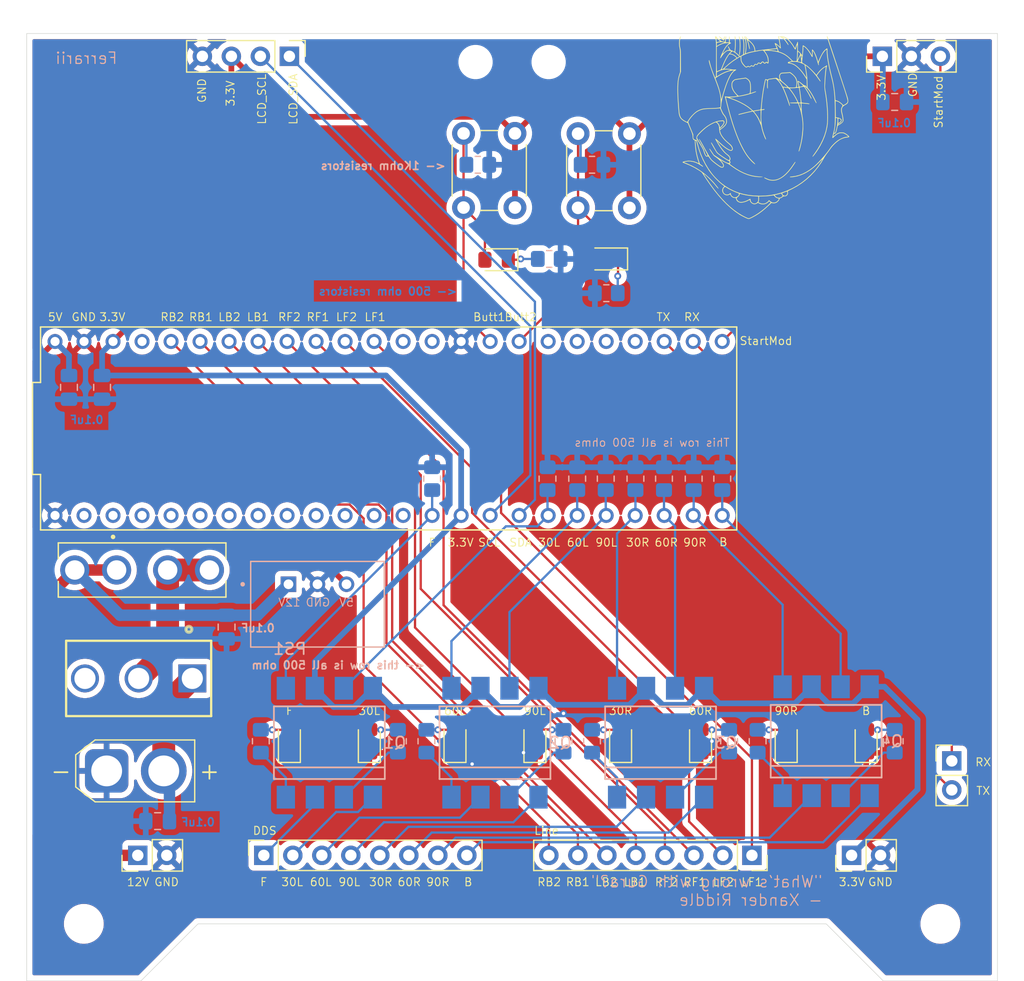
<source format=kicad_pcb>
(kicad_pcb (version 20241229) (generator "pcbnew") (generator_version "9.0")
  (layers (0 "F.Cu" signal) (2 "B.Cu" signal) (13 "F.Paste" user) (15 "B.Paste" user) (5 "F.SilkS" user "F.Silkscreen") (7 "B.SilkS" user "B.Silkscreen") (1 "F.Mask" user) (3 "B.Mask" user) (25 "Edge.Cuts" user))
  (net 0 "")
  (net 1 "GND")
  (net 2 "+5V")
  (net 3 "+3.3V")
  (net 4 "Net-(J5-Pin_2)")
  (net 5 "+12V")
  (net 6 "Net-(D1-A)")
  (net 7 "Net-(D2-A)")
  (net 8 "Net-(D3-A)")
  (net 9 "Net-(D4-A)")
  (net 10 "Net-(D5-A)")
  (net 11 "Net-(D6-A)")
  (net 12 "Net-(D7-A)")
  (net 13 "Net-(D8-A)")
  (net 14 "OCT_90R")
  (net 15 "OCT_30L")
  (net 16 "OCT_60L")
  (net 17 "OCT_F")
  (net 18 "OCT_90L")
  (net 19 "OCT_30R")
  (net 20 "OCT_60R")
  (net 21 "OCT_B")
  (net 22 "JSUMOStartMod")
  (net 23 "LS_RF2")
  (net 24 "LS_LF1")
  (net 25 "LS_RB2")
  (net 26 "LS_RB1")
  (net 27 "LS_LB1")
  (net 28 "LS_RF1")
  (net 29 "LS_LF2")
  (net 30 "LS_LB2")
  (net 31 "MD_RX")
  (net 32 "MD_TX")
  (net 33 "LCD_SCL")
  (net 34 "LCD_SDA")
  (net 35 "DS_F")
  (net 36 "DS_30L")
  (net 37 "DS_90L")
  (net 38 "DS_60L")
  (net 39 "DS_30R")
  (net 40 "DS_60R")
  (net 41 "DS_B")
  (net 42 "DS_90R")
  (net 43 "Button1")
  (net 44 "Button2")
  (net 65 "Net-(Q1-Pad2)")
  (net 66 "Net-(Q1-Pad4)")
  (net 67 "Net-(Q2-Pad4)")
  (net 68 "Net-(Q2-Pad2)")
  (net 69 "Net-(Q3-Pad2)")
  (net 70 "Net-(Q3-Pad4)")
  (net 71 "Net-(Q4-Pad2)")
  (net 72 "Net-(Q4-Pad4)")
  (net 73 "Net-(F2-Pad2_1)")
  (net 74 "Net-(D9-K)")
  (net 75 "Net-(D10-K)")
  (footprint "Connector_PinHeader_2.54mm:PinHeader_1x02_P2.54mm_Vertical" (layer "F.Cu") (at 172.225 133.5 90)
    (property "Reference" "J2" (hide yes))
    (property "Value" "distance sensor power")
  )
  (footprint "LED_SMD:LED_0805_2012Metric_Pad1.15x1.40mm_HandSolder" (layer "F.Cu") (at 185.5 123.5 90)
    (property "Reference" "D2" (hide yes))
    (property "Value" "LED")
  )
  (footprint "Button_Switch_THT:SW_PUSH_6mm_H5mm" (layer "F.Cu") (at 215.275075 70.273783 -90)
    (property "Reference" "SW1" (hide yes))
    (property "Value" "SW_Push")
  )
  (footprint "MountingHole:MountingHole_2.5mm" (layer "F.Cu") (at 208.2 64)
    (property "Reference" "REF**" (hide yes))
    (property "Value" "MountingHole_2.5mm")
  )
  (footprint "Connector_PinSocket_2.54mm:PinSocket_1x08_P2.54mm_Vertical" (layer "F.Cu") (at 226 133.5 -90)
    (property "Reference" "J6" (hide yes))
    (property "Value" "line sensor jst")
  )
  (footprint "1101M2S3CQE2:SW_1101M2S3CQE2" (layer "F.Cu") (at 172.3 118 -90)
    (property "Reference" "S1" (hide yes))
    (property "Value" "1101M2S3CQE2")
  )
  (footprint "LOGO" (layer "F.Cu") (at 226.833713 70.478595 180)
    (property "Reference" "G***" (hide yes))
    (property "Value" "LOGO" (hide yes))
  )
  (footprint "3544_2:FUSE_3544-2" (layer "F.Cu") (at 172.605 108.5)
    (property "Reference" "F2" (hide yes))
    (property "Value" "3544-2")
  )
  (footprint "LED_SMD:LED_0805_2012Metric_Pad1.15x1.40mm_HandSolder" (layer "F.Cu") (at 200 123.5 90)
    (property "Reference" "D4" (hide yes))
    (property "Value" "LED")
  )
  (footprint "Connector_PinHeader_2.54mm:PinHeader_1x02_P2.54mm_Vertical" (layer "F.Cu") (at 243.5 125.225)
    (property "Reference" "J10" (hide yes))
    (property "Value" "MD")
  )
  (footprint "LED_SMD:LED_0805_2012Metric_Pad1.15x1.40mm_HandSolder" (layer "F.Cu") (at 236 123.5 90)
    (property "Reference" "D7" (hide yes))
    (property "Value" "LED")
  )
  (footprint "LED_SMD:LED_0805_2012Metric_Pad1.15x1.40mm_HandSolder" (layer "F.Cu") (at 229 123.5 90)
    (property "Reference" "D8" (hide yes))
    (property "Value" "LED")
  )
  (footprint "DEV-16771:MODULE_DEV-16771" (layer "F.Cu") (at 194.19 96.1)
    (property "Reference" "U1" (hide yes))
    (property "Value" "DEV-16771")
  )
  (footprint "MountingHole:MountingHole_3mm" (layer "F.Cu") (at 242.5 139.5)
    (property "Reference" "REF**" (hide yes))
    (property "Value" "MountingHole_3mm")
  )
  (footprint "LED_SMD:LED_0805_2012Metric_Pad1.15x1.40mm_HandSolder" (layer "F.Cu") (at 221.5 123.5 90)
    (property "Reference" "D5" (hide yes))
    (property "Value" "LED")
  )
  (footprint "Connector_PinHeader_2.54mm:PinHeader_1x03_P2.54mm_Vertical" (layer "F.Cu") (at 237.42 63.5 90)
    (property "Reference" "J4" (hide yes))
    (property "Value" "Start Module")
  )
  (footprint "LED_SMD:LED_0805_2012Metric_Pad1.15x1.40mm_HandSolder" (layer "F.Cu") (at 192.5 123.5 90)
    (property "Reference" "D1" (hide yes))
    (property "Value" "LED")
  )
  (footprint "Button_Switch_THT:SW_PUSH_6mm_H5mm" (layer "F.Cu") (at 205.25 70.25 -90)
    (property "Reference" "SW2" (hide yes))
    (property "Value" "SW_Push")
  )
  (footprint "Connector_PinSocket_2.54mm:PinSocket_1x08_P2.54mm_Vertical" (layer "F.Cu") (at 183.26 133.5 90)
    (property "Reference" "J1" (hide yes))
    (property "Value" "distance sensors signals")
  )
  (footprint "LED_SMD:LED_0805_2012Metric_Pad1.15x1.40mm_HandSolder" (layer "F.Cu") (at 203.646614 81.320491 180)
    (property "Reference" "D10" (hide yes))
    (property "Value" "LED")
  )
  (footprint "LED_SMD:LED_0805_2012Metric_Pad1.15x1.40mm_HandSolder" (layer "F.Cu") (at 214.5 123.5 90)
    (property "Reference" "D6" (hide yes))
    (property "Value" "LED")
  )
  (footprint "Connector_PinHeader_2.54mm:PinHeader_1x02_P2.54mm_Vertical" (layer "F.Cu") (at 234.725 133.5 90)
    (property "Reference" "J3" (hide yes))
    (property "Value" "line sensor power")
  )
  (footprint "Connector_PinHeader_2.54mm:PinHeader_1x04_P2.54mm_Vertical" (layer "F.Cu") (at 185.5 63.5 -90)
    (property "Reference" "J11" (hide yes))
    (property "Value" "LCD_Screen")
  )
  (footprint "MountingHole:MountingHole_2.5mm" (layer "F.Cu") (at 201.8 64)
    (property "Reference" "REF**" (hide yes))
    (property "Value" "MountingHole_2.5mm")
  )
  (footprint "MountingHole:MountingHole_3mm" (layer "F.Cu") (at 167.5 139.5)
    (property "Reference" "REF**" (hide yes))
    (property "Value" "MountingHole_3mm")
  )
  (footprint "LED_SMD:LED_0805_2012Metric_Pad1.15x1.40mm_HandSolder" (layer "F.Cu") (at 213.25 81.25 180)
    (property "Reference" "D9" (hide yes))
    (property "Value" "LED")
  )
  (footprint "LED_SMD:LED_0805_2012Metric_Pad1.15x1.40mm_HandSolder" (layer "F.Cu") (at 207 123.5 90)
    (property "Reference" "D3" (hide yes))
    (property "Value" "LED")
  )
  (footprint "Connector_AMASS:AMASS_XT30U-F_1x02_P5.0mm_Vertical" (layer "F.Cu") (at 169.5 126.1)
    (property "Reference" "J5" (hide yes))
    (property "Value" "12vPower")
  )
  (footprint "Resistor_SMD:R_0805_2012Metric_Pad1.20x1.40mm_HandSolder" (layer "B.Cu") (at 224 123.5 -90)
    (property "Reference" "R16" (hide yes))
    (property "Value" "500")
  )
  (footprint "Resistor_SMD:R_0805_2012Metric_Pad1.20x1.40mm_HandSolder" (layer "B.Cu") (at 215.8 100.5 -90)
    (property "Reference" "R28" (hide yes))
    (property "Value" "500")
  )
  (footprint "Capacitor_SMD:C_0805_2012Metric_Pad1.18x1.45mm_HandSolder" (layer "B.Cu") (at 166.2 92.5 90)
    (property "Reference" "C1" (hide yes))
    (property "Value" "0.1uF")
  )
  (footprint "Resistor_SMD:R_0805_2012Metric_Pad1.20x1.40mm_HandSolder" (layer "B.Cu") (at 226.5 123.5 -90)
    (property "Reference" "R19" (hide yes))
    (property "Value" "500")
  )
  (footprint "Resistor_SMD:R_0805_2012Metric_Pad1.20x1.40mm_HandSolder" (layer "B.Cu") (at 220.9 100.5 -90)
    (property "Reference" "R30" (hide yes))
    (property "Value" "500")
  )
  (footprint "Resistor_SMD:R_0805_2012Metric_Pad1.20x1.40mm_HandSolder" (layer "B.Cu") (at 195 123.5 -90)
    (property "Reference" "R12" (hide yes))
    (property "Value" "500")
  )
  (footprint "Capacitor_SMD:C_0805_2012Metric_Pad1.18x1.45mm_HandSolder" (layer "B.Cu") (at 173.9625 130.5 180)
    (property "Reference" "C24" (hide yes))
    (property "Value" "0.1uF")
  )
  (footprint "LTV826:DIL8-SMD" (layer "B.Cu") (at 189 123.63 180)
    (property "Reference" "Q1")
    (property "Value" "LTV-826S")
  )
  (footprint "Capacitor_SMD:C_0805_2012Metric_Pad1.18x1.45mm_HandSolder" (layer "B.Cu") (at 180 113.5 90)
    (property "Reference" "C25" (hide yes))
    (property "Value" "0.1uF")
  )
  (footprint "LTV826:DIL8-SMD" (layer "B.Cu") (at 203.5 123.63 180)
    (property "Reference" "Q2")
    (property "Value" "LTV-826S")
  )
  (footprint "LTV826:DIL8-SMD" (layer "B.Cu") (at 232.5 123.5 180)
    (property "Reference" "Q4")
    (property "Value" "LTV-826S")
  )
  (footprint "Resistor_SMD:R_0805_2012Metric_Pad1.20x1.40mm_HandSolder" (layer "B.Cu") (at 212 123.5 -90)
    (property "Reference" "R17" (hide yes))
    (property "Value" "500")
  )
  (footprint "Resistor_SMD:R_0805_2012Metric_Pad1.20x1.40mm_HandSolder" (layer "B.Cu") (at 213.2 100.5 -90)
    (property "Reference" "R25" (hide yes))
    (property "Value" "500")
  )
  (footprint "Resistor_SMD:R_0805_2012Metric_Pad1.20x1.40mm_HandSolder" (layer "B.Cu") (at 213.25 84.25)
    (property "Reference" "R3" (hide yes))
    (property "Value" "500")
  )
  (footprint "Resistor_SMD:R_0805_2012Metric_Pad1.20x1.40mm_HandSolder" (layer "B.Cu") (at 209.5 123.5 -90)
    (property "Reference" "R14" (hide yes))
    (property "Value" "500" (hide yes))
  )
  (footprint "Resistor_SMD:R_0805_2012Metric_Pad1.20x1.40mm_HandSolder" (layer "B.Cu") (at 238.5 123.5 -90)
    (property "Reference" "R18" (hide yes))
    (property "Value" "500")
  )
  (footprint "Resistor_SMD:R_0805_2012Metric_Pad1.20x1.40mm_HandSolder" (layer "B.Cu") (at 208.1 100.5 -90)
    (property "Reference" "R24" (hide yes))
    (property "Value" "500")
  )
  (footprint "Resistor_SMD:R_0805_2012Metric_Pad1.20x1.40mm_HandSolder" (layer "B.Cu") (at 210.7 100.5 -90)
    (property "Reference" "R26" (hide yes))
    (property "Value" "500")
  )
  (footprint "TSR_1-2450:CONV_TSR_1-2450" (layer "B.Cu") (at 187.96 111.5)
    (property "Reference" "PS1")
    (property "Value" "TSR_1-2450")
  )
  (footprint "Resistor_SMD:R_0805_2012Metric_Pad1.20x1.40mm_HandSolder" (layer "B.Cu") (at 218.3 100.5 -90)
    (property "Reference" "R27" (hide yes))
    (property "Value" "500")
  )
  (footprint "Resistor_SMD:R_0805_2012Metric_Pad1.20x1.40mm_HandSolder" (layer "B.Cu") (at 212 73)
    (property "Reference" "R1" (hide yes))
    (property "Value" "1k")
  )
  (footprint "LTV826:DIL8-SMD" (layer "B.Cu") (at 218 123.63 180)
    (property "Reference" "Q3")
    (property "Value" "LTV-826S")
  )
  (footprint "Resistor_SMD:R_0805_2012Metric_Pad1.20x1.40mm_HandSolder" (layer "B.Cu") (at 183 123.5 -90)
    (property "Reference" "R13" (hide yes))
    (property "Value" "500")
  )
  (footprint "Resistor_SMD:R_0805_2012Metric_Pad1.20x1.40mm_HandSolder" (layer "B.Cu") (at 198 100.5 -90)
    (property "Reference" "R23" (hide yes))
    (property "Value" "500")
  )
  (footprint "Capacitor_SMD:C_0805_2012Metric_Pad1.18x1.45mm_HandSolder" (layer "B.Cu") (at 238.5 67.5 180)
    (property "Reference" "C4" (hide yes))
    (property "Value" "0.1uF")
  )
  (footprint "Resistor_SMD:R_0805_2012Metric_Pad1.20x1.40mm_HandSolder" (layer "B.Cu") (at 202 73)
    (property "Reference" "R2" (hide yes))
    (property "Value" "1k")
  )
  (footprint "Capacitor_SMD:C_0805_2012Metric_Pad1.18x1.45mm_HandSolder" (layer "B.Cu") (at 169.1 92.5 -90)
    (property "Reference" "C2" (hide yes))
    (property "Value" "0.1uF")
  )
  (footprint "Resistor_SMD:R_0805_2012Metric_Pad1.20x1.40mm_HandSolder" (layer "B.Cu") (at 197.5 123.5 -90)
    (property "Reference" "R15" (hide yes))
    (property "Value" "500")
  )
  (footprint "Resistor_SMD:R_0805_2012Metric_Pad1.20x1.40mm_HandSolder" (layer "B.Cu") (at 223.4 100.5 -90)
    (property "Reference" "R29" (hide yes))
    (property "Value" "500")
  )
  (footprint "Resistor_SMD:R_0805_2012Metric_Pad1.20x1.40mm_HandSolder" (layer "B.Cu") (at 208.25 81.25 180)
    (property "Reference" "R4" (hide yes))
    (property "Value" "500")
  )
  (gr_poly (pts (xy 162.5 61.5) (xy 162.5 144.5) (xy 172.5 144.5) (xy 177.5 139.5) (xy 232.5 139.5) (xy 237.5 144.5) (xy 247.5 144.5) (xy 247.5 61.5)) (stroke (width 0.05)) (fill no) (layer "Edge.Cuts"))
  (gr_text "0.1uF" (at 177.5 131 -0) (layer "B.Cu") (effects (font (size 0.7 0.7) (thickness 0.14) (bold yes)) (justify bottom mirror)))
  (gr_text "<- 500 ohm resistors" (at 200.25 84.5 0) (layer "B.Cu") (effects (font (size 0.7 0.7) (thickness 0.14) (bold yes)) (justify left bottom mirror)))
  (gr_text "0.1uF" (at 240 69.75 0) (layer "B.Cu") (effects (font (size 0.7 0.7) (thickness 0.14) (bold yes)) (justify left bottom mirror)))
  (gr_text "0.1uF" (at 167.75 95.75 -0) (layer "B.Cu") (effects (font (size 0.7 0.7) (thickness 0.14) (bold yes)) (justify bottom mirror)))
  (gr_text "3.3V" (at 234.75 136.25 0) (layer "F.SilkS") (effects (font (size 0.7 0.7) (thickness 0.0875)) (justify bottom)))
  (gr_text "RB1" (at 210.75 136.25 0) (layer "F.SilkS") (effects (font (size 0.7 0.7) (thickness 0.0875)) (justify bottom)))
  (gr_text "12V" (at 172.25 136.25 0) (layer "F.SilkS") (effects (font (size 0.7 0.7) (thickness 0.0875)) (justify bottom)))
  (gr_text "30L" (at 208.25 106.5 0) (layer "F.SilkS") (effects (font (size 0.7 0.7) (thickness 0.0875)) (justify bottom)))
  (gr_text "TX" (at 218.25 86.75 0) (layer "F.SilkS") (effects (font (size 0.7 0.7) (thickness 0.0875)) (justify bottom)))
  (gr_text "30R" (at 216 106.5 0) (layer "F.SilkS") (effects (font (size 0.7 0.7) (thickness 0.0875)) (justify bottom)))
  (gr_text "3.3V" (at 237.75 66.25 90) (layer "F.SilkS") (effects (font (size 0.7 0.7) (thickness 0.0875)) (justify bottom)))
  (gr_text "RB2" (at 208.25 136.25 0) (layer "F.SilkS") (effects (font (size 0.7 0.7) (thickness 0.0875)) (justify bottom)))
  (gr_text "90L" (at 190.75 136.25 0) (layer "F.SilkS") (effects (font (size 0.7 0.7) (thickness 0.0875)) (justify bottom)))
  (gr_text "F" (at 185.5 121.25 0) (layer "F.SilkS") (effects (font (size 0.7 0.7) (thickness 0.0875)) (justify bottom)))
  (gr_text "RX" (at 246.25 125.75 0) (layer "F.SilkS") (effects (font (size 0.7 0.7) (thickness 0.0875)) (justify bottom)))
  (gr_text "B" (at 236 121.25 0) (layer "F.SilkS") (effects (font (size 0.7 0.7) (thickness 0.0875)) (justify bottom)))
  (gr_text "90L" (at 207 121.25 0) (layer "F.SilkS") (effects (font (size 0.7 0.7) (thickness 0.0875)) (justify bottom)))
  (gr_text "3.3V" (at 180.75 66.75 90) (layer "F.SilkS") (effects (font (size 0.7 0.7) (thickness 0.0875)) (justify bottom)))
  (gr_text "LB1" (at 215.75 136.25 0) (layer "F.SilkS") (effects (font (size 0.7 0.7) (thickness 0.0875)) (justify bottom)))
  (gr_text "LF1" (at 226 136.25 0) (layer "F.SilkS") (effects (font (size 0.7 0.7) (thickness 0.0875)) (justify bottom)))
  (gr_text "LF2" (at 190.5 86.75 0) (layer "F.SilkS") (effects (font (size 0.7 0.7) (thickness 0.0875)) (justify bottom)))
  (gr_text "GND" (at 240.5 66 90) (layer "F.SilkS") (effects (font (size 0.7 0.7) (thickness 0.0875)) (justify bottom)))
  (gr_text "LF2" (at 223.5 136.25 0) (layer "F.SilkS") (effects (font (size 0.7 0.7) (thickness 0.0875)) (justify bottom)))
  (gr_text "DDS" (at 182.25 131.75 0) (layer "F.SilkS") (effects (font (size 0.7 0.7) (thickness 0.0875)) (justify left bottom)))
  (gr_text "Butt2" (at 205.75 86.75 0) (layer "F.SilkS") (effects (font (size 0.7 0.7) (thickness 0.0875)) (justify bottom)))
  (gr_text "RF1" (at 221 136.25 0) (layer "F.SilkS") (effects (font (size 0.7 0.7) (thickness 0.0875)) (justify bottom)))
  (gr_text "LCD_SDA" (at 186.25 67.25 90) (layer "F.SilkS") (effects (font (size 0.7 0.7) (thickness 0.0875)) (justify bottom)))
  (gr_text "GND" (at 237.25 136.25 0) (layer "F.SilkS") (effects (font (size 0.7 0.7) (thickness 0.0875)) (justify bottom)))
  (gr_text "60R" (at 218.5 106.5 0) (layer "F.SilkS") (effects (font (size 0.7 0.7) (thickness 0.0875)) (justify bottom)))
  (gr_text "90R" (at 198.5 136.25 0) (layer "F.SilkS") (effects (font (size 0.7 0.7) (thickness 0.0875)) (justify bottom)))
  (gr_text "60L" (at 210.75 106.5 0) (layer "F.SilkS") (effects (font (size 0.7 0.7) (thickness 0.0875)) (justify bottom)))
  (gr_text "60R" (at 196 136.25 0) (layer "F.SilkS") (effects (font (size 0.7 0.7) (thickness 0.0875)) (justify bottom)))
  (gr_text "90R" (at 221 106.5 0) (layer "F.SilkS") (effects (font (size 0.7 0.7) (thickness 0.0875)) (justify bottom)))
  (gr_text "B" (at 200.75 136.25 0) (layer "F.SilkS") (effects (font (size 0.7 0.7) (thickness 0.0875)) (justify left bottom)))
  (gr_text "StartMod" (at 242.75 67.5 90) (layer "F.SilkS") (effects (font (size 0.7 0.7) (thickness 0.0875)) (justify bottom)))
  (gr_text "5V" (at 165 86.75 0) (layer "F.SilkS") (effects (font (size 0.7 0.7) (thickness 0.0875)) (justify bottom)))
  (gr_text "SDA" (at 205.75 106.5 0) (layer "F.SilkS") (effects (font (size 0.7 0.7) (thickness 0.0875)) (justify bottom)))
  (gr_text "LB2" (at 180.25 86.75 0) (layer "F.SilkS") (effects (font (size 0.7 0.7) (thickness 0.0875)) (justify bottom)))
  (gr_text "30R" (at 193.5 136.25 0) (layer "F.SilkS") (effects (font (size 0.7 0.7) (thickness 0.0875)) (justify bottom)))
  (gr_text "LB2" (at 213.25 136.25 0) (layer "F.SilkS") (effects (font (size 0.7 0.7) (thickness 0.0875)) (justify bottom)))
  (gr_text "StartMod" (at 227.233 88.840639 0) (layer "F.SilkS") (effects (font (size 0.7 0.7) (thickness 0.0875)) (justify bottom)))
  (gr_text "TX" (at 246.25 128.25 0) (layer "F.SilkS") (effects (font (size 0.7 0.7) (thickness 0.0875)) (justify bottom)))
  (gr_text "RF2" (at 218.5 136.25 0) (layer "F.SilkS") (effects (font (size 0.7 0.7) (thickness 0.0875)) (justify bottom)))
  (gr_text "SCL" (at 203 106.5 0) (layer "F.SilkS") (effects (font (size 0.7 0.7) (thickness 0.0875)) (justify bottom)))
  (gr_text "3.3V" (at 170 86.75 0) (layer "F.SilkS") (effects (font (size 0.7 0.7) (thickness 0.0875)) (justify bottom)))
  (gr_text "GND" (at 174.75 136.25 0) (layer "F.SilkS") (effects (font (size 0.7 0.7) (thickness 0.0875)) (justify bottom)))
  (gr_text "LB1" (at 182.75 86.75 0) (layer "F.SilkS") (effects (font (size 0.7 0.7) (thickness 0.0875)) (justify bottom)))
  (gr_text "GND" (at 178.25 66.5 90) (layer "F.SilkS") (effects (font (size 0.7 0.7) (thickness 0.0875)) (justify bottom)))
  (gr_text "30L" (at 192.5 121.25 0) (layer "F.SilkS") (effects (font (size 0.7 0.7) (thickness 0.0875)) (justify bottom)))
  (gr_text "60L" (at 188.25 136.25 0) (layer "F.SilkS") (effects (font (size 0.7 0.7) (thickness 0.0875)) (justify bottom)))
  (gr_text "Butt1" (at 203 86.75 0) (layer "F.SilkS") (effects (font (size 0.7 0.7) (thickness 0.0875)) (justify bottom)))
  (gr_text "RF2" (at 185.5 86.75 0) (layer "F.SilkS") (effects (font (size 0.7 0.7) (thickness 0.0875)) (justify bottom)))
  (gr_text "RF1" (at 188 86.75 0) (layer "F.SilkS") (effects (font (size 0.7 0.7) (thickness 0.0875)) (justify bottom)))
  (gr_text "LCD_SCL" (at 183.5 67.25 90) (layer "F.SilkS") (effects (font (size 0.7 0.7) (thickness 0.0875)) (justify bottom)))
  (gr_text "B" (at 223.085885 106.467598 0) (layer "F.SilkS") (effects (font (size 0.7 0.7) (thickness 0.0875)) (justify left bottom)))
  (gr_text "3.3V" (at 200.5 106.5 0) (layer "F.SilkS") (effects (font (size 0.7 0.7) (thickness 0.0875)) (justify bottom)))
  (gr_text "60L" (at 200 121.25 0) (layer "F.SilkS") (effects (font (size 0.7 0.7) (thickness 0.0875)) (justify bottom)))
  (gr_text "GND" (at 167.5 86.75 0) (layer "F.SilkS") (effects (font (size 0.7 0.7) (thickness 0.0875)) (justify bottom)))
  (gr_text "90R" (at 229 121.25 0) (layer "F.SilkS") (effects (font (size 0.7 0.7) (thickness 0.0875)) (justify bottom)))
  (gr_text "RB1" (at 177.75 86.75 0) (layer "F.SilkS") (effects (font (size 0.7 0.7) (thickness 0.0875)) (justify bottom)))
  (gr_text "F" (at 183.25 136.25 0) (layer "F.SilkS") (effects (font (size 0.7 0.7) (thickness 0.0875)) (justify bottom)))
  (gr_text "30L" (at 185.75 136.25 0) (layer "F.SilkS") (effects (font (size 0.7 0.7) (thickness 0.0875)) (justify bottom)))
  (gr_text "Line" (at 206.89 131.75 0) (layer "F.SilkS") (effects (font (size 0.7 0.7) (thickness 0.0875)) (justify left bottom)))
  (gr_text "F" (at 198 106.5 0) (layer "F.SilkS") (effects (font (size 0.7 0.7) (thickness 0.0875)) (justify bottom)))
  (gr_text "90L" (at 213.25 106.5 0) (layer "F.SilkS") (effects (font (size 0.7 0.7) (thickness 0.0875)) (justify bottom)))
  (gr_text "30R" (at 214.5 121.25 0) (layer "F.SilkS") (effects (font (size 0.7 0.7) (thickness 0.0875)) (justify bottom)))
  (gr_text "RB2" (at 175.25 86.75 0) (layer "F.SilkS") (effects (font (size 0.7 0.7) (thickness 0.0875)) (justify bottom)))
  (gr_text "60R" (at 221.5 121.25 0) (layer "F.SilkS") (effects (font (size 0.7 0.7) (thickness 0.0875)) (justify bottom)))
  (gr_text "RX" (at 220.75 86.75 0) (layer "F.SilkS") (effects (font (size 0.7 0.7) (thickness 0.0875)) (justify bottom)))
  (gr_text "LF1" (at 193 86.75 0) (layer "F.SilkS") (effects (font (size 0.7 0.7) (thickness 0.0875)) (justify bottom)))
  (gr_text "5V" (at 190.5 111.75 0) (layer "B.SilkS") (effects (font (size 0.7 0.7) (thickness 0.0875)) (justify bottom mirror)))
  (gr_text "0.1uF" (at 182.75 114 0) (layer "B.SilkS") (effects (font (size 0.7 0.7) (thickness 0.14) (bold yes)) (justify bottom mirror)))
  (gr_text "This row is all 500 ohms" (at 217.25 97.75 0) (layer "B.SilkS") (effects (font (size 0.7 0.7) (thickness 0.0875)) (justify bottom mirror)))
  (gr_text "<- 1Kohm resistors" (at 199.25 73.5 0) (layer "B.SilkS") (effects (font (size 0.7 0.7) (thickness 0.14) (bold yes)) (justify left bottom mirror)))
  (gr_text "{dblquote}What's wrong with Gura?{dblquote}\n- Xander Riddle" (at 232.25 138 0) (layer "B.SilkS") (effects (font (size 1 1) (thickness 0.1)) (justify left bottom mirror)))
  (gr_text "12V" (at 185.5 111.75 -0) (layer "B.SilkS") (effects (font (size 0.7 0.7) (thickness 0.0875)) (justify bottom mirror)))
  (gr_text "GND" (at 188 111.75 -0) (layer "B.SilkS") (effects (font (size 0.7 0.7) (thickness 0.0875)) (justify bottom mirror)))
  (gr_text "Ferrarii" (at 170.5 64.25 0) (layer "B.SilkS") (effects (font (size 1 1) (thickness 0.1)) (justify left bottom mirror)))
  (gr_text "<- this row is all 500 ohm " (at 189.5 117.25 0) (layer "B.SilkS") (effects (font (size 0.7 0.7) (thickness 0.14) (bold yes)) (justify bottom mirror)))
  (segment (start 207.475 124.525) (end 207.5 124.5) (width 0.2) (layer "F.Cu") (net 1))
  (segment (start 216 123) (end 216 122.41384) (width 0.2) (layer "F.Cu") (net 1))
  (segment (start 201.5 125.5) (end 200.975 125.5) (width 0.2) (layer "F.Cu") (net 1))
  (segment (start 214.5 124.525) (end 214.5 124.5) (width 0.2) (layer "F.Cu") (net 1))
  (segment (start 200.975 125.5) (end 200 124.525) (width 0.2) (layer "F.Cu") (net 1))
  (segment (start 214.64716 121.061) (end 209.5 121.061) (width 0.2) (layer "F.Cu") (net 1))
  (segment (start 206.025 124.525) (end 206 124.5) (width 0.2) (layer "F.Cu") (net 1))
  (segment (start 214.5 124.5) (end 216 123) (width 0.2) (layer "F.Cu") (net 1))
  (segment (start 216 122.41384) (end 214.64716 121.061) (width 0.2) (layer "F.Cu") (net 1))
  (segment (start 207 124.525) (end 206.025 124.525) (width 0.2) (layer "F.Cu") (net 1))
  (via (at 209.5 121.061) (size 0.6) (drill 0.3) (layers "F.Cu" "B.Cu") (net 1))
  (via (at 222.5 123.5) (size 0.6) (drill 0.3) (layers "F.Cu" "B.Cu") (net 1))
  (via (at 201.5 125.5) (size 0.6) (drill 0.3) (layers "F.Cu" "B.Cu") (net 1))
  (via (at 206 124.5) (size 0.6) (drill 0.3) (layers "F.Cu" "B.Cu") (net 1))
  (segment (start 206 124) (end 206 124.5) (width 0.2) (layer "B.Cu") (net 1))
  (segment (start 209.5 121.061) (end 208.939 121.061) (width 0.2) (layer "B.Cu") (net 1))
  (segment (start 202.5 124.5) (end 201.5 125.5) (width 0.2) (layer "B.Cu") (net 1))
  (segment (start 208.939 121.061) (end 206 124) (width 0.2) (layer "B.Cu") (net 1))
  (segment (start 206 124.5) (end 202.5 124.5) (width 0.2) (layer "B.Cu") (net 1))
  (segment (start 163.251 104.751) (end 163.251 90.209) (width 0.5) (layer "F.Cu") (net 2))
  (segment (start 163.251 90.209) (end 164.98 88.48) (width 0.5) (layer "F.Cu") (net 2))
  (segment (start 190.5 109.75) (end 186.75 106) (width 0.5) (layer "F.Cu") (net 2))
  (segment (start 164.5 106) (end 163.251 104.751) (width 0.5) (layer "F.Cu") (net 2))
  (segment (start 186.75 106) (end 164.5 106) (width 0.5) (layer "F.Cu") (net 2))
  (segment (start 166.2 89.7) (end 164.98 88.48) (width 0.5) (layer "B.Cu") (net 2))
  (segment (start 166.2 91.4625) (end 166.2 89.7) (width 0.5) (layer "B.Cu") (net 2))
  (segment (start 215.275075 70.273783) (end 215.726217 70.273783) (width 0.5) (layer "F.Cu") (net 3))
  (segment (start 205.25 70.25) (end 205.25 76.75) (width 0.5) (layer "F.Cu") (net 3))
  (segment (start 222.5 63.5) (end 237.42 63.5) (width 0.5) (layer "F.Cu") (net 3))
  (segment (start 203.799 68.799) (end 205.25 70.25) (width 0.5) (layer "F.Cu") (net 3))
  (segment (start 205.25 70.25) (end 207.5 68) (width 0.5) (layer "F.Cu") (net 3))
  (segment (start 170.06 88.48) (end 180.42 78.12) (width 0.5) (layer "F.Cu") (net 3))
  (segment (start 215.726217 70.273783) (end 222.5 63.5) (width 0.5) (layer "F.Cu") (net 3))
  (segment (start 213.001292 68) (end 215.275075 70.273783) (width 0.5) (layer "F.Cu") (net 3))
  (segment (start 185.719 68.799) (end 203.799 68.799) (width 0.5) (layer "F.Cu") (net 3))
  (segment (start 207.5 68) (end 213.001292 68) (width 0.5) (layer "F.Cu") (net 3))
  (segment (start 215.275075 70.273783) (end 215.275075 76.773783) (width 0.5) (layer "F.Cu") (net 3))
  (segment (start 180.42 78.12) (end 180.42 63.5) (width 0.5) (layer "F.Cu") (net 3))
  (segment (start 180.42 63.5) (end 185.719 68.799) (width 0.5) (layer "F.Cu") (net 3))
  (segment (start 207.31 118.86) (end 208.761 120.311) (width 0.5) (layer "B.Cu") (net 3))
  (segment (start 223.131 120.181) (end 229.779 120.181) (width 0.5) (layer "B.Cu") (net 3))
  (segment (start 191.17 120.5) (end 192.81 118.86) (width 0.5) (layer "B.Cu") (net 3))
  (segment (start 237.4625 67.5) (end 237.4625 63.5425) (width 0.5) (layer "B.Cu") (net 3))
  (segment (start 231.23 118.73) (end 232.681 120.181) (width 0.5) (layer "B.Cu") (net 3))
  (segment (start 187.73 116.53) (end 200.54 103.72) (width 0.5) (layer "B.Cu") (net 3))
  (segment (start 194.45 120.5) (end 200.59 120.5) (width 0.5) (layer "B.Cu") (net 3))
  (segment (start 232.681 120.181) (end 234.859 120.181) (width 0.5) (layer "B.Cu") (net 3))
  (segment (start 220.359 120.311) (end 221.81 118.86) (width 0.5) (layer "B.Cu") (net 3))
  (segment (start 236.31 118.73) (end 237.61 118.73) (width 0.5) (layer "B.Cu") (net 3))
  (segment (start 200.59 120.5) (end 202.23 118.86) (width 0.5) (layer "B.Cu") (net 3))
  (segment (start 216.73 118.86) (end 218.181 120.311) (width 0.5) (layer "B.Cu") (net 3))
  (segment (start 203.87 120.5) (end 205.67 120.5) (width 0.5) (layer "B.Cu") (net 3))
  (segment (start 205.67 120.5) (end 207.31 118.86) (width 0.5) (layer "B.Cu") (net 3))
  (segment (start 218.181 120.311) (end 220.359 120.311) (width 0.5) (layer "B.Cu") (net 3))
  (segment (start 187.73 118.86) (end 189.37 120.5) (width 0.5) (layer "B.Cu") (net 3))
  (segment (start 200.54 98.04) (end 193.9625 91.4625) (width 0.5) (layer "B.Cu") (net 3))
  (segment (start 234.859 120.181) (end 236.31 118.73) (width 0.5) (layer "B.Cu") (net 3))
  (segment (start 193.9625 91.4625) (end 169.1 91.4625) (width 0.5) (layer "B.Cu") (net 3))
  (segment (start 221.81 118.86) (end 223.131 120.181) (width 0.5) (layer "B.Cu") (net 3))
  (segment (start 229.779 120.181) (end 231.23 118.73) (width 0.5) (layer "B.Cu") (net 3))
  (segment (start 208.761 120.311) (end 215.279 120.311) (width 0.5) (layer "B.Cu") (net 3))
  (segment (start 169.1 91.4625) (end 169.1 89.44) (width 0.5) (layer "B.Cu") (net 3))
  (segment (start 215.279 120.311) (end 216.73 118.86) (width 0.5) (layer "B.Cu") (net 3))
  (segment (start 237.61 118.73) (end 240.5 121.62) (width 0.5) (layer "B.Cu") (net 3))
  (segment (start 189.37 120.5) (end 191.17 120.5) (width 0.5) (layer "B.Cu") (net 3))
  (segment (start 187.73 118.86) (end 187.73 116.53) (width 0.5) (layer "B.Cu") (net 3))
  (segment (start 192.81 118.86) (end 194.45 120.5) (width 0.5) (layer "B.Cu") (net 3))
  (segment (start 240.5 127.725) (end 234.725 133.5) (width 0.5) (layer "B.Cu") (net 3))
  (segment (start 169.1 89.44) (end 170.06 88.48) (width 0.5) (layer "B.Cu") (net 3))
  (segment (start 200.54 103.72) (end 200.54 98.04) (width 0.5) (layer "B.Cu") (net 3))
  (segment (start 202.23 118.86) (end 203.87 120.5) (width 0.5) (layer "B.Cu") (net 3))
  (segment (start 237.4625 63.5425) (end 237.42 63.5) (width 0.5) (layer "B.Cu") (net 3))
  (segment (start 240.5 121.62) (end 240.5 127.725) (width 0.5) (layer "B.Cu") (net 3))
  (segment (start 174.5 120.5) (end 177 118) (width 2) (layer "F.Cu") (net 4))
  (segment (start 174.5 126.1) (end 174.5 120.5) (width 2) (layer "F.Cu") (net 4))
  (segment (start 175 130.5) (end 175 126.6) (width 1) (layer "B.Cu") (net 4))
  (segment (start 175 126.6) (end 174.5 126.1) (width 1) (layer "B.Cu") (net 4))
  (segment (start 164 111.21) (end 164 131) (width 1) (layer "F.Cu") (net 5))
  (segment (start 164 131) (end 166.5 133.5) (width 1) (layer "F.Cu") (net 5))
  (segment (start 166.71 108.5) (end 164 111.21) (width 1) (layer "F.Cu") (net 5))
  (segment (start 166.71 108.5) (end 170.37 108.5) (width 1) (layer "F.Cu") (net 5))
  (segment (start 166.5 133.5) (end 172.225 133.5) (width 1) (layer "F.Cu") (net 5))
  (segment (start 170.6725 112.4625) (end 180 112.4625) (width 1) (layer "B.Cu") (net 5))
  (segment (start 166.71 108.5) (end 170.6725 112.4625) (width 1) (layer "B.Cu") (net 5))
  (segment (start 180 112.4625) (end 182.7075 112.4625) (width 1) (layer "B.Cu") (net 5))
  (segment (start 182.7075 112.4625) (end 185.42 109.75) (width 1) (layer "B.Cu") (net 5))
  (segment (start 193.475 122.475) (end 193.5 122.5) (width 0.2) (layer "F.Cu") (net 6))
  (segment (start 192.5 122.475) (end 193.475 122.475) (width 0.2) (layer "F.Cu") (net 6))
  (via (at 193.5 122.5) (size 0.6) (drill 0.3) (layers "F.Cu" "B.Cu") (net 6))
  (segment (start 195 122.5) (end 193.5 122.5) (width 0.2) (layer "B.Cu") (net 6))
  (segment (start 185.475 122.5) (end 185.5 122.475) (width 0.2) (layer "F.Cu") (net 7))
  (segment (start 184 122.5) (end 185.475 122.5) (width 0.2) (layer "F.Cu") (net 7))
  (via (at 184 122.5) (size 0.6) (drill 0.3) (layers "F.Cu" "B.Cu") (net 7))
  (segment (start 183 122.5) (end 184 122.5) (width 0.2) (layer "B.Cu") (net 7))
  (segment (start 207 122.475) (end 208.475 122.475) (width 0.2) (layer "F.Cu") (net 8))
  (segment (start 208.475 122.475) (end 208.5 122.5) (width 0.2) (layer "F.Cu") (net 8))
  (via (at 208.5 122.5) (size 0.6) (drill 0.3) (layers "F.Cu" "B.Cu") (net 8))
  (segment (start 208.5 122.5) (end 209.5 122.5) (width 0.2) (layer "B.Cu") (net 8))
  (segment (start 199.975 122.5) (end 200 122.475) (width 0.2) (layer "F.Cu") (net 9))
  (segment (start 198.5 122.5) (end 199.975 122.5) (width 0.2) (layer "F.Cu") (net 9))
  (via (at 198.5 122.5) (size 0.6) (drill 0.3) (layers "F.Cu" "B.Cu") (net 9))
  (segment (start 197.5 122.5) (end 198.5 122.5) (width 0.2) (layer "B.Cu") (net 9))
  (segment (start 221.5 122.475) (end 222.475 122.475) (width 0.2) (layer "F.Cu") (net 10))
  (segment (start 222.475 122.475) (end 222.5 122.5) (width 0.2) (layer "F.Cu") (net 10))
  (via (at 222.5 122.5) (size 0.6) (drill 0.3) (layers "F.Cu" "B.Cu") (net 10))
  (segment (start 222.5 122.5) (end 224 122.5) (width 0.2) (layer "B.Cu") (net 10))
  (segment (start 214.475 122.5) (end 214.5 122.475) (width 0.2) (layer "F.Cu") (net 11))
  (segment (start 213 122.5) (end 214.475 122.5) (width 0.2) (layer "F.Cu") (net 11))
  (via (at 213 122.5) (size 0.6) (drill 0.3) (layers "F.Cu" "B.Cu") (net 11))
  (segment (start 212 122.5) (end 213 122.5) (width 0.2) (layer "B.Cu") (net 11))
  (segment (start 236.975 122.475) (end 237 122.5) (width 0.2) (layer "F.Cu") (net 12))
  (segment (start 236 122.475) (end 236.975 122.475) (width 0.2) (layer "F.Cu") (net 12))
  (via (at 237 122.5) (size 0.6) (drill 0.3) (layers "F.Cu" "B.Cu") (net 12))
  (segment (start 237 122.5) (end 238.5 122.5) (width 0.2) (layer "B.Cu") (net 12))
  (segment (start 227.5 122.5) (end 228.975 122.5) (width 0.2) (layer "F.Cu") (net 13))
  (segment (start 228.975 122.5) (end 229 122.475) (width 0.2) (layer "F.Cu") (net 13))
  (via (at 227.5 122.5) (size 0.6) (drill 0.3) (layers "F.Cu" "B.Cu") (net 13))
  (segment (start 226.5 122.5) (end 227.5 122.5) (width 0.2) (layer "B.Cu") (net 13))
  (segment (start 231.23 128.27) (end 227.552 131.948) (width 0.2) (layer "B.Cu") (net 14))
  (segment (start 227.552 131.948) (end 200.052 131.948) (width 0.2) (layer "B.Cu") (net 14))
  (segment (start 200.052 131.948) (end 198.5 133.5) (width 0.2) (layer "B.Cu") (net 14))
  (segment (start 191.509 129.701) (end 189.599 129.701) (width 0.2) (layer "B.Cu") (net 15))
  (segment (start 192.81 128.4) (end 191.509 129.701) (width 0.2) (layer "B.Cu") (net 15))
  (segment (start 189.599 129.701) (end 185.8 133.5) (width 0.2) (layer "B.Cu") (net 15))
  (segment (start 191.642 130.198) (end 188.34 133.5) (width 0.2) (layer "B.Cu") (net 16))
  (segment (start 200.432 130.198) (end 191.642 130.198) (width 0.2) (layer "B.Cu") (net 16))
  (segment (start 202.23 128.4) (end 200.432 130.198) (width 0.2) (layer "B.Cu") (net 16))
  (segment (start 187.73 129.03) (end 183.26 133.5) (width 0.2) (layer "B.Cu") (net 17))
  (segment (start 187.73 128.4) (end 187.73 129.03) (width 0.2) (layer "B.Cu") (net 17))
  (segment (start 205.111 130.599) (end 193.781 130.599) (width 0.2) (layer "B.Cu") (net 18))
  (segment (start 193.781 130.599) (end 190.88 133.5) (width 0.2) (layer "B.Cu") (net 18))
  (segment (start 207.31 128.4) (end 205.111 130.599) (width 0.2) (layer "B.Cu") (net 18))
  (segment (start 216.73 128.4) (end 214.13 131) (width 0.2) (layer "B.Cu") (net 19))
  (segment (start 195.92 131) (end 193.42 133.5) (width 0.2) (layer "B.Cu") (net 19))
  (segment (start 214.13 131) (end 195.92 131) (width 0.2) (layer "B.Cu") (net 19))
  (segment (start 218.71 131.5) (end 197.96 131.5) (width 0.2) (layer "B.Cu") (net 20))
  (segment (start 221.81 128.4) (end 218.71 131.5) (width 0.2) (layer "B.Cu") (net 20))
  (segment (start 197.96 131.5) (end 195.96 133.5) (width 0.2) (layer "B.Cu") (net 20))
  (segment (start 202.191 132.349) (end 201.04 133.5) (width 0.2) (layer "B.Cu") (net 21))
  (segment (start 236.31 128.27) (end 232.231 132.349) (width 0.2) (layer "B.Cu") (net 21))
  (segment (start 232.231 132.349) (end 202.191 132.349) (width 0.2) (layer "B.Cu") (net 21))
  (segment (start 242.5 69.38) (end 242.5 63.5) (width 0.2) (layer "F.Cu") (net 22))
  (segment (start 223.4 88.48) (end 242.5 69.38) (width 0.2) (layer "F.Cu") (net 22))
  (segment (start 218.38 133.5) (end 218.38 131.530057) (width 0.2) (layer "F.Cu") (net 23))
  (segment (start 218.38 131.530057) (end 197 110.150057) (width 0.2) (layer "F.Cu") (net 23))
  (segment (start 197 110.150057) (end 197 100.18) (width 0.2) (layer "F.Cu") (net 23))
  (segment (start 197 100.18) (end 185.3 88.48) (width 0.2) (layer "F.Cu") (net 23))
  (segment (start 204.035 103.5) (end 204.035 99.595) (width 0.2) (layer "F.Cu") (net 24))
  (segment (start 222.599 121.599) (end 222.134 121.599) (width 0.2) (layer "F.Cu") (net 24))
  (segment (start 226 125) (end 222.599 121.599) (width 0.2) (layer "F.Cu") (net 24))
  (segment (start 226 133.5) (end 226 125) (width 0.2) (layer "F.Cu") (net 24))
  (segment (start 222.134 121.599) (end 204.035 103.5) (width 0.2) (layer "F.Cu") (net 24))
  (segment (start 204.035 99.595) (end 192.92 88.48) (width 0.2) (layer "F.Cu") (net 24))
  (segment (start 200.68516 123.351) (end 198.501057 123.351) (width 0.2) (layer "F.Cu") (net 25))
  (segment (start 208.22 133.5) (end 208.22 130.88584) (width 0.2) (layer "F.Cu") (net 25))
  (segment (start 190.775574 102.765) (end 189.425 102.765) (width 0.2) (layer "F.Cu") (net 25))
  (segment (start 192 103.989426) (end 190.775574 102.765) (width 0.2) (layer "F.Cu") (net 25))
  (segment (start 198.501057 123.351) (end 192 116.849943) (width 0.2) (layer "F.Cu") (net 25))
  (segment (start 208.22 130.88584) (end 200.68516 123.351) (width 0.2) (layer "F.Cu") (net 25))
  (segment (start 189.425 102.765) (end 175.14 88.48) (width 0.2) (layer "F.Cu") (net 25))
  (segment (start 192 116.849943) (end 192 103.989426) (width 0.2) (layer "F.Cu") (net 25))
  (segment (start 193.315574 102.765) (end 191.965 102.765) (width 0.2) (layer "F.Cu") (net 26))
  (segment (start 210.76 133.5) (end 210.76 131.67384) (width 0.2) (layer "F.Cu") (net 26))
  (segment (start 194 114.91384) (end 194 103.449426) (width 0.2) (layer "F.Cu") (net 26))
  (segment (start 194 103.449426) (end 193.315574 102.765) (width 0.2) (layer "F.Cu") (net 26))
  (segment (start 191.965 102.765) (end 177.68 88.48) (width 0.2) (layer "F.Cu") (net 26))
  (segment (start 210.76 131.67384) (end 194 114.91384) (width 0.2) (layer "F.Cu") (net 26))
  (segment (start 207.38716 123.351) (end 206.31484 123.351) (width 0.2) (layer "F.Cu") (net 27))
  (segment (start 196.5 113.53616) (end 196.5 102.22) (width 0.2) (layer "F.Cu") (net 27))
  (segment (start 215.84 131.80384) (end 207.38716 123.351) (width 0.2) (layer "F.Cu") (net 27))
  (segment (start 196.5 102.22) (end 182.76 88.48) (width 0.2) (layer "F.Cu") (net 27))
  (segment (start 215.84 133.5) (end 215.84 131.80384) (width 0.2) (layer "F.Cu") (net 27))
  (segment (start 206.31484 123.351) (end 196.5 113.53616) (width 0.2) (layer "F.Cu") (net 27))
  (segment (start 199 111.58) (end 199 99.64) (width 0.2) (layer "F.Cu") (net 28))
  (segment (start 199 99.64) (end 187.84 88.48) (width 0.2) (layer "F.Cu") (net 28))
  (segment (start 220.92 133.5) (end 199 111.58) (width 0.2) (layer "F.Cu") (net 28))
  (segment (start 220.499 130.539) (end 220.499 122.489574) (width 0.2) (layer "F.Cu") (net 29))
  (segment (start 223.46 133.5) (end 220.499 130.539) (width 0.2) (layer "F.Cu") (net 29))
  (segment (start 201.5 99.6) (end 190.38 88.48) (width 0.2) (layer "F.Cu") (net 29))
  (segment (start 220.499 122.489574) (end 201.5 103.490574) (width 0.2) (layer "F.Cu") (net 29))
  (segment (start 201.5 103.490574) (end 201.5 99.6) (width 0.2) (layer "F.Cu") (net 29))
  (segment (start 194.5 102.76) (end 180.22 88.48) (width 0.2) (layer "F.Cu") (net 30))
  (segment (start 213.3 133.5) (end 194.5 114.7) (width 0.2) (layer "F.Cu") (net 30))
  (segment (start 194.5 114.7) (end 194.5 102.76) (width 0.2) (layer "F.Cu") (net 30))
  (segment (start 243.5 125.225) (end 243.5 111.12) (width 0.2) (layer "F.Cu") (net 31))
  (segment (start 243.5 111.12) (end 220.86 88.48) (width 0.2) (layer "F.Cu") (net 31))
  (segment (start 218.32 88.48) (end 219.84 90) (width 0.2) (layer "F.Cu") (net 32))
  (segment (start 219.84 90) (end 221.5 90) (width 0.2) (layer "F.Cu") (net 32))
  (segment (start 221.5 90) (end 242 110.5) (width 0.2) (layer "F.Cu") (net 32))
  (segment (start 242 126.265) (end 243.5 127.765) (width 0.2) (layer "F.Cu") (net 32))
  (segment (start 242 110.5) (end 242 126.265) (width 0.2) (layer "F.Cu") (net 32))
  (segment (start 206.599 100.201) (end 203.08 103.72) (width 0.2) (layer "B.Cu") (net 33))
  (segment (start 206.599 87.139) (end 206.599 100.201) (width 0.2) (layer "B.Cu") (net 33))
  (segment (start 182.96 63.5) (end 206.599 87.139) (width 0.2) (layer "B.Cu") (net 33))
  (segment (start 185.5 63.5) (end 207 85) (width 0.2) (layer "B.Cu") (net 34))
  (segment (start 207 85) (end 207 102.34) (width 0.2) (layer "B.Cu") (net 34))
  (segment (start 207 102.34) (end 205.62 103.72) (width 0.2) (layer "B.Cu") (net 34))
  (segment (start 198 103.72) (end 198 101.5) (width 0.2) (layer "B.Cu") (net 35))
  (segment (start 185.19 116.53) (end 198 103.72) (width 0.2) (layer "B.Cu") (net 35))
  (segment (start 185.19 118.86) (end 185.19 116.53) (width 0.2) (layer "B.Cu") (net 35))
  (segment (start 207.205 104.675) (end 208.16 103.72) (width 0.2) (layer "B.Cu") (net 36))
  (segment (start 208.1 103.66) (end 208.16 103.72) (width 0.2) (layer "B.Cu") (net 36))
  (segment (start 208.1 101.5) (end 208.1 103.66) (width 0.2) (layer "B.Cu") (net 36))
  (segment (start 204.455 104.675) (end 207.205 104.675) (width 0.2) (layer "B.Cu") (net 36))
  (segment (start 190.27 118.86) (end 204.455 104.675) (width 0.2) (layer "B.Cu") (net 36))
  (segment (start 204.77 118.86) (end 204.77 112.19) (width 0.2) (layer "B.Cu") (net 37))
  (segment (start 213.2 101.5) (end 213.2 103.68) (width 0.2) (layer "B.Cu") (net 37))
  (segment (start 204.77 112.19) (end 213.24 103.72) (width 0.2) (layer "B.Cu") (net 37))
  (segment (start 213.2 103.68) (end 213.24 103.72) (width 0.2) (layer "B.Cu") (net 37))
  (segment (start 210.7 101.5) (end 210.7 103.72) (width 0.2) (layer "B.Cu") (net 38))
  (segment (start 199.69 118.86) (end 199.69 114.73) (width 0.2) (layer "B.Cu") (net 38))
  (segment (start 199.69 114.73) (end 210.7 103.72) (width 0.2) (layer "B.Cu") (net 38))
  (segment (start 214.19 105.31) (end 215.78 103.72) (width 0.2) (layer "B.Cu") (net 39))
  (segment (start 215.8 103.7) (end 215.78 103.72) (width 0.2) (layer "B.Cu") (net 39))
  (segment (start 215.8 101.5) (end 215.8 103.7) (width 0.2) (layer "B.Cu") (net 39))
  (segment (start 214.19 118.86) (end 214.19 105.31) (width 0.2) (layer "B.Cu") (net 39))
  (segment (start 219.27 104.67) (end 218.32 103.72) (width 0.2) (layer "B.Cu") (net 40))
  (segment (start 218.3 103.7) (end 218.32 103.72) (width 0.2) (layer "B.Cu") (net 40))
  (segment (start 218.3 101.5) (end 218.3 103.7) (width 0.2) (layer "B.Cu") (net 40))
  (segment (start 219.27 118.86) (end 219.27 104.67) (width 0.2) (layer "B.Cu") (net 40))
  (segment (start 233.77 114.09) (end 223.4 103.72) (width 0.2) (layer "B.Cu") (net 41))
  (segment (start 223.4 101.5) (end 223.4 103.72) (width 0.2) (layer "B.Cu") (net 41))
  (segment (start 233.77 118.73) (end 233.77 114.09) (width 0.2) (layer "B.Cu") (net 41))
  (segment (start 228.69 111.55) (end 220.86 103.72) (width 0.2) (layer "B.Cu") (net 42))
  (segment (start 220.9 101.5) (end 220.9 103.68) (width 0.2) (layer "B.Cu") (net 42))
  (segment (start 228.69 118.73) (end 228.69 111.55) (width 0.2) (layer "B.Cu") (net 42))
  (segment (start 220.9 103.68) (end 220.86 103.72) (width 0.2) (layer "B.Cu") (net 42))
  (segment (start 212.225 81.25) (end 212.225 78.223708) (width 0.2) (layer "F.Cu") (net 43))
  (segment (start 212.225 78.223708) (end 210.775075 76.773783) (width 0.2) (layer "F.Cu") (net 43))
  (segment (start 210.775075 76.773783) (end 210.775075 70.273783) (width 0.2) (layer "F.Cu") (net 43))
  (segment (start 210.775075 83.324925) (end 210.775075 76.773783) (width 0.2) (layer "F.Cu") (net 43))
  (segment (start 205.62 88.48) (end 210.775075 83.324925) (width 0.2) (layer "F.Cu") (net 43))
  (segment (start 211 73) (end 211 70.498708) (width 0.2) (layer "B.Cu") (net 43))
  (segment (start 211 70.498708) (end 210.775075 70.273783) (width 0.2) (layer "B.Cu") (net 43))
  (segment (start 202.621614 78.621614) (end 200.75 76.75) (width 0.2) (layer "F.Cu") (net 44))
  (segment (start 202.621614 81.320491) (end 202.621614 78.621614) (width 0.2) (layer "F.Cu") (net 44))
  (segment (start 200.75 86.15) (end 200.75 76.75) (width 0.2) (layer "F.Cu") (net 44))
  (segment (start 203.08 88.48) (end 200.75 86.15) (width 0.2) (layer "F.Cu") (net 44))
  (segment (start 200.75 76.75) (end 200.75 70.25) (width 0.2) (layer "F.Cu") (net 44))
  (segment (start 201 73) (end 201 70.5) (width 0.2) (layer "B.Cu") (net 44))
  (segment (start 201 70.5) (end 200.75 70.25) (width 0.2) (layer "B.Cu") (net 44))
  (segment (start 194.17 124.5) (end 195 124.5) (width 0.2) (layer "B.Cu") (net 65))
  (segment (start 190.27 128.4) (end 194.17 124.5) (width 0.2) (layer "B.Cu") (net 65))
  (segment (start 185.19 128.4) (end 185.19 126.69) (width 0.2) (layer "B.Cu") (net 66))
  (segment (start 185.19 126.69) (end 183 124.5) (width 0.2) (layer "B.Cu") (net 66))
  (segment (start 199.69 126.69) (end 197.5 124.5) (width 0.2) (layer "B.Cu") (net 67))
  (segment (start 199.69 128.4) (end 199.69 126.69) (width 0.2) (layer "B.Cu") (net 67))
  (segment (start 208.67 124.5) (end 204.77 128.4) (width 0.2) (layer "B.Cu") (net 68))
  (segment (start 209.5 124.5) (end 208.67 124.5) (width 0.2) (layer "B.Cu") (net 68))
  (segment (start 223.17 124.5) (end 224 124.5) (width 0.2) (layer "B.Cu") (net 69))
  (segment (start 219.27 128.4) (end 223.17 124.5) (width 0.2) (layer "B.Cu") (net 69))
  (segment (start 214.19 126.69) (end 212 124.5) (width 0.2) (layer "B.Cu") (net 70))
  (segment (start 214.19 128.4) (end 214.19 126.69) (width 0.2) (layer "B.Cu") (net 70))
  (segment (start 233.77 128.27) (end 237.54 124.5) (width 0.2) (layer "B.Cu") (net 71))
  (segment (start 237.54 124.5) (end 238.5 124.5) (width 0.2) (layer "B.Cu") (net 71))
  (segment (start 228.69 128.27) (end 228.69 126.69) (width 0.2) (layer "B.Cu") (net 72))
  (segment (start 228.69 126.69) (end 226.5 124.5) (width 0.2) (layer "B.Cu") (net 72))
  (segment (start 174.84 115.46) (end 174.84 108.5) (width 2) (layer "F.Cu") (net 73))
  (segment (start 172.3 118) (end 174.84 115.46) (width 2) (layer "F.Cu") (net 73))
  (segment (start 174.84 108.5) (end 178.5 108.5) (width 2) (layer "F.Cu") (net 73))
  (segment (start 214.275 82.725) (end 214.25 82.75) (width 0.2) (layer "F.Cu") (net 74))
  (segment (start 214.275 81.25) (end 214.275 82.725) (width 0.2) (layer "F.Cu") (net 74))
  (via (at 214.25 82.75) (size 0.6) (drill 0.3) (layers "F.Cu" "B.Cu") (net 74))
  (segment (start 214.25 82.75) (end 214.25 84.25) (width 0.2) (layer "B.Cu") (net 74))
  (segment (start 205.679509 81.320491) (end 205.75 81.25) (width 0.2) (layer "F.Cu") (net 75))
  (segment (start 204.671614 81.320491) (end 205.679509 81.320491) (width 0.2) (layer "F.Cu") (net 75))
  (via (at 205.75 81.25) (size 0.6) (drill 0.3) (layers "F.Cu" "B.Cu") (net 75))
  (segment (start 205.75 81.25) (end 207.25 81.25) (width 0.2) (layer "B.Cu") (net 75))
  (zone (net 1) (net_name "GND") (layers "F.Cu" "B.Cu") (connect_pads (clearance 0.5)) (min_thickness 0.25) (fill yes (thermal_gap 0.5) (thermal_bridge_width 0.5))
    (polygon (pts (xy 247.5 61.5) (xy 247.5 144.5) (xy 237.5 144.5) (xy 232.5 139.5) (xy 177.5 139.5) (xy 172.5 144.5) (xy 162.5 144.5) (xy 162.5 61.5)))
  )
)
</source>
